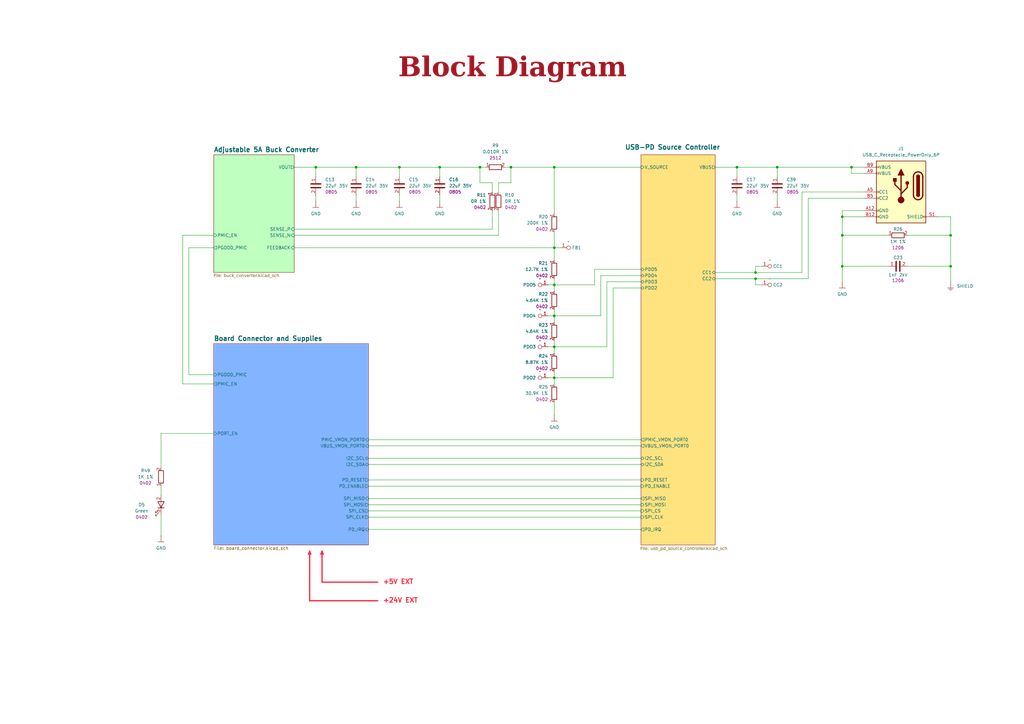
<source format=kicad_sch>
(kicad_sch (version 20250114) (generator "eeschema") (generator_version "9.0")
  (paper "A3")
  (title_block (title "Project Architecture") (date "2025-01-12") (rev "1.0.0") (company "DvidMakesThings"))
  (lib_symbols
    (symbol "DS_Capacitor_0805:22uF 35V 0805"
      (property "Reference" "C" (at 3.81 2.032 0))
      (property "Value" "22uF 35V" (at 3.81 0 0))
      (property "FOOTPRINT_SHORT" "0805" (at 3.81 -2.032 0))
      (symbol "22uF 35V 0805_0_1"
        (polyline (pts (xy -2.032 0.762) (xy 2.032 0.762)) (stroke (width 0.508)))
        (polyline (pts (xy -2.032 -0.762) (xy 2.032 -0.762)) (stroke (width 0.508)))
      )
      (symbol "22uF 35V 0805_1_1"
        (pin passive line (at 0 3.81 270) (length 2.794) (name "~") (number "1"))
        (pin passive line (at 0 -3.81 90) (length 2.794) (name "~") (number "2"))
      )
    )
    (symbol "DS_Capacitor_1206:1nF 2kV 1206"
      (property "Reference" "C" (at 3.81 2.032 0))
      (property "Value" "1nF 2kV" (at 3.81 0 0))
      (property "FOOTPRINT_SHORT" "1206" (at 3.81 -2.032 0))
      (symbol "1nF 2kV 1206_0_1"
        (polyline (pts (xy -2.032 0.762) (xy 2.032 0.762)) (stroke (width 0.508)))
        (polyline (pts (xy -2.032 -0.762) (xy 2.032 -0.762)) (stroke (width 0.508)))
      )
      (symbol "1nF 2kV 1206_1_1"
        (pin passive line (at 0 3.81 270) (length 2.794) (name "~") (number "1"))
        (pin passive line (at 0 -3.81 90) (length 2.794) (name "~") (number "2"))
      )
    )
    (symbol "DS_Connector:USB_C_Receptacle_PowerOnly_6P" (pin_names (offset 1.016))
      (property "Reference" "J" (at -7.62 15.24 0))
      (property "Value" "USB_C_Receptacle_PowerOnly_6P" (at 0.254 -14.224 0))
      (symbol "USB_C_Receptacle_PowerOnly_6P_0_0"
        (rectangle (start -10.16 -8.636) (end -9.144 -9.144))
        (rectangle (start 9.144 9.144) (end 10.16 8.636))
        (rectangle (start 9.144 -6.096) (end 10.16 -6.604))
        (rectangle (start 9.144 -8.636) (end 10.16 -9.144))
        (rectangle (start 10.16 11.684) (end 9.144 11.176))
        (rectangle (start 10.16 1.524) (end 9.144 1.016))
        (rectangle (start 10.16 -1.016) (end 9.144 -1.524))
      )
      (symbol "USB_C_Receptacle_PowerOnly_6P_0_1"
        (rectangle (start -10.16 13.97) (end 10.16 -11.43) (stroke (width 0.254)) (fill (type background)))
        (polyline (pts (xy -8.89 0) (xy -8.89 7.62)) (stroke (width 0.508)))
        (rectangle (start -7.62 0) (end -6.35 7.62) (stroke (width 0.254)) (fill (type outline)))
        (arc (start -7.62 7.62) (mid -6.985 8.2523) (end -6.35 7.62) (stroke (width 0.254)))
        (arc (start -7.62 7.62) (mid -6.985 8.2523) (end -6.35 7.62) (stroke (width 0.254)) (fill (type outline)))
        (arc (start -8.89 7.62) (mid -6.985 9.5167) (end -5.08 7.62) (stroke (width 0.508)))
        (arc (start -5.08 0) (mid -6.985 -1.8967) (end -8.89 0) (stroke (width 0.508)))
        (arc (start -6.35 0) (mid -6.985 -0.6323) (end -7.62 0) (stroke (width 0.254)))
        (arc (start -6.35 0) (mid -6.985 -0.6323) (end -7.62 0) (stroke (width 0.254)) (fill (type outline)))
        (polyline (pts (xy -5.08 7.62) (xy -5.08 0)) (stroke (width 0.508)))
        (circle (center -2.54 4.953) (radius 0.635) (stroke (width 0.254)) (fill (type outline)))
        (polyline (pts (xy -1.27 8.128) (xy 0 10.668) (xy 1.27 8.128) (xy -1.27 8.128)) (stroke (width 0.254)) (fill (type outline)))
        (polyline (pts (xy 0 1.778) (xy 2.54 4.318) (xy 2.54 5.588)) (stroke (width 0.508)))
        (polyline (pts (xy 0 0.508) (xy -2.54 3.048) (xy -2.54 4.318)) (stroke (width 0.508)))
        (polyline (pts (xy 0 -2.032) (xy 0 8.128)) (stroke (width 0.508)))
        (circle (center 0 -2.032) (radius 1.27) (fill (type outline)))
        (rectangle (start 1.905 5.588) (end 3.175 6.858) (stroke (width 0.254)) (fill (type outline)))
      )
      (symbol "USB_C_Receptacle_PowerOnly_6P_1_1"
        (pin passive line (at -15.24 -8.89 0) (length 5.08) (name "SHIELD") (number "S1"))
        (pin passive line (at 15.24 11.43 180) (length 5.08) (name "VBUS") (number "B9"))
        (pin passive line (at 15.24 8.89 180) (length 5.08) (name "VBUS") (number "A9"))
        (pin bidirectional line (at 15.24 1.27 180) (length 5.08) (name "CC1") (number "A5"))
        (pin bidirectional line (at 15.24 -1.27 180) (length 5.08) (name "CC2") (number "B5"))
        (pin passive line (at 15.24 -6.35 180) (length 5.08) (name "GND") (number "A12"))
        (pin passive line (at 15.24 -8.89 180) (length 5.08) (name "GND") (number "B12"))
      )
    )
    (symbol "DS_Opto:Green_0402"
      (property "Reference" "D" (at -1.27 5.08 0))
      (property "Value" "Green" (at -1.27 2.794 0))
      (property "Size" "0402" (at -1.016 -3.302 0))
      (symbol "Green_0402_0_1"
        (polyline (pts (xy -3.048 -0.762) (xy -4.572 -2.286) (xy -3.81 -2.286) (xy -4.572 -2.286) (xy -4.572 -1.524)))
        (polyline (pts (xy -1.778 -0.762) (xy -3.302 -2.286) (xy -2.54 -2.286) (xy -3.302 -2.286) (xy -3.302 -1.524)))
        (polyline (pts (xy -1.27 0) (xy 1.27 0)))
        (polyline (pts (xy -1.27 -1.27) (xy -1.27 1.27)) (stroke (width 0.254)))
        (polyline (pts (xy 1.27 -1.27) (xy 1.27 1.27) (xy -1.27 0) (xy 1.27 -1.27)) (stroke (width 0.254)))
      )
      (symbol "Green_0402_1_1"
        (pin passive line (at -3.81 0 0) (length 2.54) (name "") (number "1"))
        (pin passive line (at 3.81 0 180) (length 2.54) (name "") (number "2"))
      )
    )
    (symbol "DS_Resistor_0402:0R 1% 0402"
      (property "Reference" "R" (at 2.032 2.032 0))
      (property "Value" "0R 1%" (at 2.032 0 0))
      (property "FOOTPRINT_SHORT" "0402" (at 2.032 -2.032 0))
      (symbol "0R 1% 0402_0_1"
        (rectangle (start -1.016 2.54) (end 1.016 -2.54) (stroke (width 0.254)))
      )
      (symbol "0R 1% 0402_1_1"
        (pin passive line (at 0 3.81 270) (length 1.27) (name "~") (number "1"))
        (pin passive line (at 0 -3.81 90) (length 1.27) (name "~") (number "2"))
      )
    )
    (symbol "DS_Resistor_0402:12.7K 1% 0402"
      (property "Reference" "R" (at 2.032 2.032 0))
      (property "Value" "12.7K 1%" (at 2.032 0 0))
      (property "FOOTPRINT_SHORT" "0402" (at 2.032 -2.032 0))
      (symbol "12.7K 1% 0402_0_1"
        (rectangle (start -1.016 2.54) (end 1.016 -2.54) (stroke (width 0.254)))
      )
      (symbol "12.7K 1% 0402_1_1"
        (pin passive line (at 0 3.81 270) (length 1.27) (name "~") (number "1"))
        (pin passive line (at 0 -3.81 90) (length 1.27) (name "~") (number "2"))
      )
    )
    (symbol "DS_Resistor_0402:1K 1% 0402"
      (property "Reference" "R" (at 2.032 2.032 0))
      (property "Value" "1K 1%" (at 2.032 0 0))
      (property "FOOTPRINT_SHORT" "0402" (at 2.032 -2.032 0))
      (symbol "1K 1% 0402_0_1"
        (rectangle (start -1.016 2.54) (end 1.016 -2.54) (stroke (width 0.254)))
      )
      (symbol "1K 1% 0402_1_1"
        (pin passive line (at 0 3.81 270) (length 1.27) (name "~") (number "1"))
        (pin passive line (at 0 -3.81 90) (length 1.27) (name "~") (number "2"))
      )
    )
    (symbol "DS_Resistor_0402:200K 1% 0402"
      (property "Reference" "R" (at 2.032 2.032 0))
      (property "Value" "200K 1%" (at 2.032 0 0))
      (property "FOOTPRINT_SHORT" "0402" (at 2.032 -2.032 0))
      (symbol "200K 1% 0402_0_1"
        (rectangle (start -1.016 2.54) (end 1.016 -2.54) (stroke (width 0.254)))
      )
      (symbol "200K 1% 0402_1_1"
        (pin passive line (at 0 3.81 270) (length 1.27) (name "~") (number "1"))
        (pin passive line (at 0 -3.81 90) (length 1.27) (name "~") (number "2"))
      )
    )
    (symbol "DS_Resistor_0402:30.9K 1% 0402"
      (property "Reference" "R" (at 2.032 2.032 0))
      (property "Value" "30.9K 1%" (at 2.032 0 0))
      (property "FOOTPRINT_SHORT" "0402" (at 2.032 -2.032 0))
      (symbol "30.9K 1% 0402_0_1"
        (rectangle (start -1.016 2.54) (end 1.016 -2.54) (stroke (width 0.254)))
      )
      (symbol "30.9K 1% 0402_1_1"
        (pin passive line (at 0 3.81 270) (length 1.27) (name "~") (number "1"))
        (pin passive line (at 0 -3.81 90) (length 1.27) (name "~") (number "2"))
      )
    )
    (symbol "DS_Resistor_0402:4.64K 1% 0402"
      (property "Reference" "R" (at 2.032 2.032 0))
      (property "Value" "4.64K 1%" (at 2.032 0 0))
      (property "FOOTPRINT_SHORT" "0402" (at 2.032 -2.032 0))
      (symbol "4.64K 1% 0402_0_1"
        (rectangle (start -1.016 2.54) (end 1.016 -2.54) (stroke (width 0.254)))
      )
      (symbol "4.64K 1% 0402_1_1"
        (pin passive line (at 0 3.81 270) (length 1.27) (name "~") (number "1"))
        (pin passive line (at 0 -3.81 90) (length 1.27) (name "~") (number "2"))
      )
    )
    (symbol "DS_Resistor_0402:8.87K 1% 0402"
      (property "Reference" "R" (at 2.032 2.032 0))
      (property "Value" "8.87K 1%" (at 2.032 0 0))
      (property "FOOTPRINT_SHORT" "0402" (at 2.032 -2.032 0))
      (symbol "8.87K 1% 0402_0_1"
        (rectangle (start -1.016 2.54) (end 1.016 -2.54) (stroke (width 0.254)))
      )
      (symbol "8.87K 1% 0402_1_1"
        (pin passive line (at 0 3.81 270) (length 1.27) (name "~") (number "1"))
        (pin passive line (at 0 -3.81 90) (length 1.27) (name "~") (number "2"))
      )
    )
    (symbol "DS_Resistor_1206:1M 1% 1206"
      (property "Reference" "R" (at 2.032 2.032 0))
      (property "Value" "1M 1%" (at 2.032 0 0))
      (property "FOOTPRINT_SHORT" "1206" (at 2.032 -2.032 0))
      (symbol "1M 1% 1206_0_1"
        (rectangle (start -1.016 2.54) (end 1.016 -2.54) (stroke (width 0.254)))
      )
      (symbol "1M 1% 1206_1_1"
        (pin passive line (at 0 3.81 270) (length 1.27) (name "~") (number "1"))
        (pin passive line (at 0 -3.81 90) (length 1.27) (name "~") (number "2"))
      )
    )
    (symbol "DS_Resistor_2512:0.010R 1% 2512"
      (property "Reference" "R" (at 2.032 2.032 0))
      (property "Value" "0.010R 1%" (at 2.032 0 0))
      (property "FOOTPRINT_SHORT" "2512" (at 2.032 -2.032 0))
      (symbol "0.010R 1% 2512_0_1"
        (rectangle (start -1.016 2.54) (end 1.016 -2.54) (stroke (width 0.254)))
      )
      (symbol "0.010R 1% 2512_1_1"
        (pin passive line (at 0 3.81 270) (length 1.27) (name "~") (number "1"))
        (pin passive line (at 0 -3.81 90) (length 1.27) (name "~") (number "2"))
      )
    )
    (symbol "DS_Supply:GND" (power) (pin_numbers (hide yes)) (pin_names (offset 0) (hide yes))
      (property "Value" "GND" (at 0 -3.81 0))
      (symbol "GND_0_1"
        (polyline (pts (xy 0 0) (xy 0 -2.54) (xy 1.27 -2.54) (xy 0 -2.54) (xy -1.27 -2.54) (xy 0 -2.54)))
      )
      (symbol "GND_1_1"
        (pin power_in line (at 0 0 270) (length 0) (name "~") (number "1"))
      )
    )
    (symbol "DS_Supply:SHIELD" (power) (pin_numbers (hide yes)) (pin_names (offset 0) (hide yes)) (in_bom no) (on_board no)
      (property "Value" "SHIELD" (at 0 -4.064 0))
      (symbol "SHIELD_0_1"
        (polyline (pts (xy -0.762 -1.778) (xy 0.762 -1.778)))
        (polyline (pts (xy -0.254 -2.286) (xy 0.254 -2.286)))
        (polyline (pts (xy 0 1.27) (xy 0 -1.27)))
        (polyline (pts (xy 0 -1.27) (xy -1.27 -1.27)))
        (polyline (pts (xy 1.27 -1.27) (xy 0 -1.27)))
      )
      (symbol "SHIELD_1_1"
        (pin power_in line (at 0 1.27 270) (length 0) (name "~") (number "1"))
      )
    )
    (symbol "DS_Test:Test_Point"
      (property "Reference" "TP" (at 0 4.064 0))
      (symbol "Test_Point_0_1"
        (circle (center 0 2.032) (radius 0.762))
      )
      (symbol "Test_Point_1_1"
        (pin passive line (at 0 -1.27 90) (length 2.54) (name "") (number "1"))
      )
    )
  )
  (bezier (pts (xy 127 226.06) (xy 127 226.06) (xy 126.492 227.33) (xy 126.492 227.33)) (stroke (width 0.5) (color 255 33 55 1)))
  (bezier (pts (xy 132.08 226.06) (xy 132.08 226.06) (xy 131.572 227.33) (xy 131.572 227.33)) (stroke (width 0.5) (color 255 33 55 1)))
  (bezier (pts (xy 127 226.06) (xy 127 226.06) (xy 127.508 227.33) (xy 127.508 227.33)) (stroke (width 0.5) (color 255 33 55 1)))
  (bezier (pts (xy 132.08 226.06) (xy 132.08 226.06) (xy 132.588 227.33) (xy 132.588 227.33)) (stroke (width 0.5) (color 255 33 55 1)))
  (text "+5V EXT" (at 156.972 238.76 0) (effects (font (size 1.905 1.905) (thickness 0.381) (bold yes)) (justify left)))
  (text "+24V EXT" (at 156.972 246.38 0) (effects (font (size 1.905 1.905) (thickness 0.381) (bold yes)) (justify left)))
  (text_box "Block Diagram" (at 144.78 21.59 0) (size 130.81 12.7) (margins 5.9999 5.9999 5.9999 5.9999) (stroke (width -0.0001)) (effects (font (size 8 8) (thickness 1.2) (bold yes))))
  (junction (at 345.44 96.52))
  (junction (at 302.26 68.58))
  (junction (at 180.34 68.58))
  (junction (at 227.33 101.6))
  (junction (at 227.33 68.58))
  (junction (at 318.77 68.58))
  (junction (at 349.25 68.58))
  (junction (at 227.33 129.54))
  (junction (at 227.33 116.84))
  (junction (at 309.88 111.76))
  (junction (at 146.05 68.58))
  (junction (at 345.44 88.9))
  (junction (at 129.54 68.58))
  (junction (at 163.83 68.58))
  (junction (at 227.33 142.24))
  (junction (at 309.88 114.3))
  (junction (at 227.33 154.94))
  (junction (at 196.85 68.58))
  (junction (at 389.89 109.22))
  (junction (at 209.55 68.58))
  (junction (at 345.44 109.22))
  (junction (at 389.89 96.52))
  (wire (pts (xy 227.33 154.94) (xy 227.33 157.48)))
  (wire (pts (xy 262.89 113.03) (xy 246.38 113.03)))
  (wire (pts (xy 146.05 82.55) (xy 146.05 80.01)))
  (wire (pts (xy 87.63 101.6) (xy 77.47 101.6)))
  (wire (pts (xy 312.42 109.22) (xy 309.88 109.22)))
  (wire (pts (xy 248.92 115.57) (xy 248.92 142.24)))
  (wire (pts (xy 151.13 209.55) (xy 262.89 209.55)))
  (wire (pts (xy 227.33 114.3) (xy 227.33 116.84)))
  (wire (pts (xy 204.47 74.93) (xy 204.47 78.74)))
  (wire (pts (xy 180.34 82.55) (xy 180.34 80.01)))
  (wire (pts (xy 293.37 111.76) (xy 309.88 111.76)))
  (wire (pts (xy 151.13 187.96) (xy 262.89 187.96)))
  (wire (pts (xy 331.47 114.3) (xy 331.47 81.28)))
  (wire (pts (xy 312.42 116.84) (xy 309.88 116.84)))
  (wire (pts (xy 384.81 88.9) (xy 389.89 88.9)))
  (wire (pts (xy 302.26 68.58) (xy 302.26 72.39)))
  (wire (pts (xy 180.34 68.58) (xy 180.34 72.39)))
  (wire (pts (xy 227.33 101.6) (xy 229.87 101.6)))
  (wire (pts (xy 345.44 88.9) (xy 354.33 88.9)))
  (wire (pts (xy 349.25 71.12) (xy 349.25 68.58)))
  (wire (pts (xy 227.33 101.6) (xy 227.33 106.68)))
  (wire (pts (xy 251.46 118.11) (xy 251.46 154.94)))
  (wire (pts (xy 204.47 74.93) (xy 209.55 74.93)))
  (wire (pts (xy 318.77 68.58) (xy 318.77 72.39)))
  (wire (pts (xy 345.44 96.52) (xy 364.49 96.52)))
  (wire (pts (xy 151.13 204.47) (xy 262.89 204.47)))
  (wire (pts (xy 163.83 82.55) (xy 163.83 80.01)))
  (wire (pts (xy 309.88 114.3) (xy 331.47 114.3)))
  (wire (pts (xy 196.85 68.58) (xy 199.39 68.58)))
  (wire (pts (xy 129.54 82.55) (xy 129.54 80.01)))
  (wire (pts (xy 224.79 129.54) (xy 227.33 129.54)))
  (wire (pts (xy 345.44 86.36) (xy 345.44 88.9)))
  (wire (pts (xy 224.79 142.24) (xy 227.33 142.24)))
  (wire (pts (xy 251.46 154.94) (xy 227.33 154.94)))
  (polyline (pts (xy 154.94 238.76) (xy 132.08 238.76)) (stroke (width 0.5) (color 255 33 55 1)))
  (wire (pts (xy 262.89 115.57) (xy 248.92 115.57)))
  (wire (pts (xy 201.93 74.93) (xy 201.93 78.74)))
  (wire (pts (xy 66.04 191.77) (xy 66.04 177.8)))
  (wire (pts (xy 302.26 68.58) (xy 318.77 68.58)))
  (wire (pts (xy 201.93 74.93) (xy 196.85 74.93)))
  (wire (pts (xy 66.04 210.82) (xy 66.04 219.71)))
  (wire (pts (xy 196.85 74.93) (xy 196.85 68.58)))
  (wire (pts (xy 309.88 109.22) (xy 309.88 111.76)))
  (wire (pts (xy 345.44 109.22) (xy 345.44 115.57)))
  (wire (pts (xy 120.65 93.98) (xy 201.93 93.98)))
  (wire (pts (xy 354.33 71.12) (xy 349.25 71.12)))
  (wire (pts (xy 372.11 96.52) (xy 389.89 96.52)))
  (wire (pts (xy 227.33 142.24) (xy 227.33 144.78)))
  (wire (pts (xy 224.79 116.84) (xy 227.33 116.84)))
  (wire (pts (xy 151.13 217.17) (xy 262.89 217.17)))
  (wire (pts (xy 224.79 154.94) (xy 227.33 154.94)))
  (wire (pts (xy 345.44 96.52) (xy 345.44 109.22)))
  (wire (pts (xy 243.84 116.84) (xy 227.33 116.84)))
  (wire (pts (xy 248.92 142.24) (xy 227.33 142.24)))
  (wire (pts (xy 227.33 68.58) (xy 227.33 87.63)))
  (wire (pts (xy 129.54 68.58) (xy 129.54 72.39)))
  (wire (pts (xy 201.93 86.36) (xy 201.93 93.98)))
  (wire (pts (xy 151.13 180.34) (xy 262.89 180.34)))
  (wire (pts (xy 227.33 95.25) (xy 227.33 101.6)))
  (wire (pts (xy 227.33 127) (xy 227.33 129.54)))
  (wire (pts (xy 151.13 199.39) (xy 262.89 199.39)))
  (wire (pts (xy 293.37 114.3) (xy 309.88 114.3)))
  (wire (pts (xy 243.84 110.49) (xy 243.84 116.84)))
  (wire (pts (xy 74.93 157.48) (xy 74.93 96.52)))
  (wire (pts (xy 227.33 152.4) (xy 227.33 154.94)))
  (wire (pts (xy 309.88 116.84) (xy 309.88 114.3)))
  (wire (pts (xy 163.83 68.58) (xy 163.83 72.39)))
  (wire (pts (xy 262.89 110.49) (xy 243.84 110.49)))
  (wire (pts (xy 120.65 68.58) (xy 129.54 68.58)))
  (wire (pts (xy 146.05 68.58) (xy 163.83 68.58)))
  (wire (pts (xy 77.47 101.6) (xy 77.47 153.67)))
  (wire (pts (xy 349.25 68.58) (xy 354.33 68.58)))
  (wire (pts (xy 151.13 196.85) (xy 262.89 196.85)))
  (wire (pts (xy 309.88 111.76) (xy 328.93 111.76)))
  (wire (pts (xy 345.44 88.9) (xy 345.44 96.52)))
  (polyline (pts (xy 132.08 226.06) (xy 132.08 238.76)) (stroke (width 0.5) (color 255 33 55 1)))
  (wire (pts (xy 120.65 96.52) (xy 204.47 96.52)))
  (wire (pts (xy 227.33 129.54) (xy 227.33 132.08)))
  (wire (pts (xy 246.38 129.54) (xy 227.33 129.54)))
  (wire (pts (xy 364.49 109.22) (xy 345.44 109.22)))
  (wire (pts (xy 146.05 68.58) (xy 146.05 72.39)))
  (polyline (pts (xy 154.94 246.38) (xy 127 246.38)) (stroke (width 0.5) (color 255 33 55 1)))
  (wire (pts (xy 302.26 82.55) (xy 302.26 80.01)))
  (wire (pts (xy 354.33 86.36) (xy 345.44 86.36)))
  (wire (pts (xy 151.13 212.09) (xy 262.89 212.09)))
  (wire (pts (xy 227.33 139.7) (xy 227.33 142.24)))
  (wire (pts (xy 209.55 74.93) (xy 209.55 68.58)))
  (wire (pts (xy 66.04 199.39) (xy 66.04 203.2)))
  (wire (pts (xy 389.89 109.22) (xy 389.89 115.57)))
  (wire (pts (xy 74.93 96.52) (xy 87.63 96.52)))
  (wire (pts (xy 151.13 190.5) (xy 262.89 190.5)))
  (wire (pts (xy 209.55 68.58) (xy 227.33 68.58)))
  (wire (pts (xy 372.11 109.22) (xy 389.89 109.22)))
  (wire (pts (xy 87.63 157.48) (xy 74.93 157.48)))
  (wire (pts (xy 262.89 118.11) (xy 251.46 118.11)))
  (wire (pts (xy 180.34 68.58) (xy 196.85 68.58)))
  (wire (pts (xy 293.37 68.58) (xy 302.26 68.58)))
  (wire (pts (xy 151.13 182.88) (xy 262.89 182.88)))
  (wire (pts (xy 331.47 81.28) (xy 354.33 81.28)))
  (wire (pts (xy 129.54 68.58) (xy 146.05 68.58)))
  (wire (pts (xy 227.33 68.58) (xy 262.89 68.58)))
  (wire (pts (xy 77.47 153.67) (xy 87.63 153.67)))
  (wire (pts (xy 328.93 78.74) (xy 354.33 78.74)))
  (wire (pts (xy 389.89 88.9) (xy 389.89 96.52)))
  (wire (pts (xy 389.89 96.52) (xy 389.89 109.22)))
  (wire (pts (xy 318.77 82.55) (xy 318.77 80.01)))
  (wire (pts (xy 227.33 116.84) (xy 227.33 119.38)))
  (wire (pts (xy 207.01 68.58) (xy 209.55 68.58)))
  (wire (pts (xy 66.04 177.8) (xy 87.63 177.8)))
  (wire (pts (xy 328.93 111.76) (xy 328.93 78.74)))
  (polyline (pts (xy 127 226.06) (xy 127 246.38)) (stroke (width 0.5) (color 255 33 55 1)))
  (wire (pts (xy 318.77 68.58) (xy 349.25 68.58)))
  (wire (pts (xy 246.38 113.03) (xy 246.38 129.54)))
  (wire (pts (xy 163.83 68.58) (xy 180.34 68.58)))
  (wire (pts (xy 204.47 86.36) (xy 204.47 96.52)))
  (wire (pts (xy 120.65 101.6) (xy 227.33 101.6)))
  (wire (pts (xy 151.13 207.01) (xy 262.89 207.01)))
  (wire (pts (xy 227.33 165.1) (xy 227.33 170.18)))
  (symbol (lib_id "DS_Resistor_0402:30.9K 1% 0402") (at 227.33 161.29 0) (unit 1)
    (property "Reference" "R25" (at 224.79 158.7499 0) (effects (justify right)))
    (property "Value" "30.9K 1%" (at 224.79 161.2899 0) (effects (justify right)))
    (property "Footprint" "Resistor_SMD:R_0402_1005Metric" (effects (hide yes)))
    (property "Description" "62.5mW Thick Film Resistors 50V ±100ppm/℃ ±1% 30.9kΩ 0402 Chip Resistor - Surface Mount ROHS" (effects (hide yes)))
    (property "LCSC_PART" "C270615" (effects (hide yes)))
    (property "ROHS" "YES" (effects (hide yes)))
    (property "FOOTPRINT_SHORT" "0402" (at 224.79 163.8299 0) (effects (justify right)))
  )
  (symbol (lib_id "DS_Supply:SHIELD") (at 389.89 116.84 0) (unit 1) (in_bom no) (on_board no)
    (property "Reference" "#SHIELD1" (effects (hide yes)))
    (property "Value" "SHIELD" (at 392.43 117.3479 0) (effects (justify left)))
    (property "Description" "Power symbol creates a global label with name \"SHIELD\"" (effects (hide yes)))
  )
  (symbol (lib_id "DS_Supply:GND") (at 66.04 219.71 0) (unit 1)
    (property "Reference" "#PWR091" (effects (hide yes)))
    (property "Value" "GND" (at 66.04 224.79 0))
    (property "Description" "Power symbol creates a global label with name \"GND\" , ground" (effects (hide yes)))
  )
  (symbol (lib_id "DS_Capacitor_0805:22uF 35V 0805") (at 302.26 76.2 0) (unit 1)
    (property "Reference" "C17" (at 306.07 73.6599 0) (effects (justify left)))
    (property "Value" "22uF 35V" (at 306.07 76.1999 0) (effects (justify left)))
    (property "Footprint" "Capacitor_SMD:C_0805_2012Metric" (effects (hide yes)))
    (property "Datasheet" "javascript:void(0);" (effects (hide yes)))
    (property "Description" "22uF 35V X5R ±20% 0805 Multilayer Ceramic Capacitors MLCC - SMD/SMT ROHS" (effects (hide yes)))
    (property "FOOTPRINT_SHORT" "0805" (at 306.07 78.7399 0) (effects (justify left)))
    (property "ROHS" "YES" (effects (hide yes)))
    (property "LCSC_PART" "C6119901" (effects (hide yes)))
    (property "MFR" "HRE" (effects (hide yes)))
    (property "MPN" "CGA0805X5R226M350MT" (effects (hide yes)))
  )
  (symbol (lib_id "DS_Test:Test_Point") (at 223.52 129.54 90) (unit 1)
    (property "Reference" "PDO4" (at 217.17 129.54 90))
    (property "Value" "~" (at 221.488 127 90))
    (property "Footprint" "DS_Test:TestPoint_0.6mm" (effects (hide yes)))
  )
  (symbol (lib_id "DS_Connector:USB_C_Receptacle_PowerOnly_6P") (at 369.57 80.01 0) (mirror y) (unit 1)
    (property "Reference" "J1" (at 369.57 60.96 0))
    (property "Value" "USB_C_Receptacle_PowerOnly_6P" (at 369.57 63.5 0))
    (property "Footprint" "DS_Connector:USB_C_Receptacle_GCT_USB4125-xx-x-0190_6P_TopMnt_Horizontal" (effects (hide yes)))
    (property "Datasheet" "https://jlcpcb.com/api/file/downloadByFileSystemAccessId/8589041795833061376" (effects (hide yes)))
    (property "Description" "USB Power-Only 6P Type-C Receptacle connector" (effects (hide yes)))
    (property "ROHS" "YES" (effects (hide yes)))
    (property "LCSC_PART" "C2927029" (effects (hide yes)))
    (property "MPN" "USB-TYPE-C-009" (effects (hide yes)))
    (property "MFR" "DEALON" (effects (hide yes)))
  )
  (symbol (lib_id "DS_Resistor_0402:1K 1% 0402") (at 66.04 195.58 0) (mirror x) (unit 1)
    (property "Reference" "R49" (at 59.69 193.04 0))
    (property "Value" "1K 1%" (at 59.69 195.58 0))
    (property "Footprint" "Resistor_SMD:R_0402_1005Metric" (effects (hide yes)))
    (property "Description" "62.5mW Thick Film Resistors 50V ±100ppm/℃ ±1% 1kΩ 0402 Chip Resistor - Surface Mount ROHS" (effects (hide yes)))
    (property "LCSC_PART" "C11702" (effects (hide yes)))
    (property "ROHS" "YES" (effects (hide yes)))
    (property "FOOTPRINT_SHORT" "0402" (at 59.69 198.12 0))
    (property "MFR" "FH" (effects (hide yes)))
  )
  (symbol (lib_id "DS_Resistor_0402:4.64K 1% 0402") (at 227.33 123.19 0) (mirror y) (unit 1)
    (property "Reference" "R22" (at 224.79 120.6499 0) (effects (justify left)))
    (property "Value" "4.64K 1%" (at 224.79 123.1899 0) (effects (justify left)))
    (property "Footprint" "Resistor_SMD:R_0402_1005Metric" (effects (hide yes)))
    (property "Datasheet" "https://jlcpcb.com/api/file/downloadByFileSystemAccessId/8590364792554237952" (effects (hide yes)))
    (property "Description" "-55°C~+155°C 4.64kΩ 50V 62.5mW Thick Film Resistor ±1% ±100ppm/°C 0402 Chip Resistor - Surface Mount ROHS" (effects (hide yes)))
    (property "LCSC_PART" "C5153956" (effects (hide yes)))
    (property "ROHS" "YES" (effects (hide yes)))
    (property "FOOTPRINT_SHORT" "0402" (at 224.79 125.7299 0) (effects (justify left)))
    (property "MFR" "FOJAN" (effects (hide yes)))
    (property "MPN" "FRC0402F4641TS" (effects (hide yes)))
  )
  (symbol (lib_id "DS_Resistor_0402:0R 1% 0402") (at 201.93 82.55 0) (mirror y) (unit 1)
    (property "Reference" "R11" (at 199.39 80.0099 0) (effects (justify left)))
    (property "Value" "0R 1%" (at 199.39 82.5499 0) (effects (justify left)))
    (property "Footprint" "Resistor_SMD:R_0402_1005Metric" (effects (hide yes)))
    (property "Description" "62.5mW Thick Film Resistors 50V ±800ppm/℃ ±1% 0Ω 0402 Chip Resistor - Surface Mount ROHS" (effects (hide yes)))
    (property "LCSC_PART" "C17168" (effects (hide yes)))
    (property "ROHS" "YES" (effects (hide yes)))
    (property "FOOTPRINT_SHORT" "0402" (at 199.39 85.0899 0) (effects (justify left)))
    (property "MFR" "YAGEO" (effects (hide yes)))
  )
  (symbol (lib_id "DS_Test:Test_Point") (at 223.52 142.24 90) (unit 1)
    (property "Reference" "PDO3" (at 217.17 142.24 90))
    (property "Value" "~" (at 221.488 139.7 90))
    (property "Footprint" "DS_Test:TestPoint_0.6mm" (effects (hide yes)))
  )
  (symbol (lib_id "DS_Resistor_0402:12.7K 1% 0402") (at 227.33 110.49 0) (mirror y) (unit 1)
    (property "Reference" "R21" (at 224.79 107.9499 0) (effects (justify left)))
    (property "Value" "12.7K 1%" (at 224.79 110.4899 0) (effects (justify left)))
    (property "Footprint" "Resistor_SMD:R_0402_1005Metric" (effects (hide yes)))
    (property "Description" "62.5mW Thick Film Resistors 50V ±100ppm/℃ ±1% 12.7kΩ 0402 Chip Resistor - Surface Mount ROHS" (effects (hide yes)))
    (property "LCSC_PART" "C25853" (effects (hide yes)))
    (property "ROHS" "YES" (effects (hide yes)))
    (property "FOOTPRINT_SHORT" "0402" (at 224.79 113.0299 0) (effects (justify left)))
    (property "MFR" "Yageo" (effects (hide yes)))
  )
  (symbol (lib_id "DS_Supply:GND") (at 163.83 82.55 0) (unit 1)
    (property "Reference" "#PWR21" (effects (hide yes)))
    (property "Value" "GND" (at 163.83 87.63 0))
    (property "Description" "Power symbol creates a global label with name \"GND\" , ground" (effects (hide yes)))
  )
  (symbol (lib_id "DS_Supply:GND") (at 129.54 82.55 0) (unit 1)
    (property "Reference" "#PWR19" (effects (hide yes)))
    (property "Value" "GND" (at 129.54 87.63 0))
    (property "Description" "Power symbol creates a global label with name \"GND\" , ground" (effects (hide yes)))
  )
  (symbol (lib_id "DS_Capacitor_1206:1nF 2kV 1206") (at 368.3 109.22 90) (unit 1)
    (property "Reference" "C23" (at 368.3 105.664 90))
    (property "Value" "1nF 2kV" (at 368.3 112.776 90))
    (property "Footprint" "Capacitor_SMD:C_1206_3216Metric" (effects (hide yes)))
    (property "Description" "Chip Capacitor (MLCC) 1206 1nF ±10% 2KV X7R" (effects (hide yes)))
    (property "FOOTPRINT_SHORT" "1206" (at 368.3 115.062 90))
    (property "ROHS" "YES" (effects (hide yes)))
    (property "LCSC_PART" "C173242" (effects (hide yes)))
    (property "MFR" "Johanson Dielectrics " (effects (hide yes)))
  )
  (symbol (lib_id "DS_Resistor_0402:200K 1% 0402") (at 227.33 91.44 0) (unit 1)
    (property "Reference" "R20" (at 224.79 88.8999 0) (effects (justify right)))
    (property "Value" "200K 1%" (at 224.79 91.4399 0) (effects (justify right)))
    (property "Footprint" "Resistor_SMD:R_0402_1005Metric" (effects (hide yes)))
    (property "Description" "62.5mW Thick Film Resistors 50V ±100ppm/℃ ±1% 200kΩ 0402 Chip Resistor - Surface Mount ROHS" (effects (hide yes)))
    (property "LCSC_PART" "C25764" (effects (hide yes)))
    (property "ROHS" "YES" (effects (hide yes)))
    (property "FOOTPRINT_SHORT" "0402" (at 224.79 93.9799 0) (effects (justify right)))
  )
  (symbol (lib_id "DS_Capacitor_0805:22uF 35V 0805") (at 129.54 76.2 0) (unit 1)
    (property "Reference" "C13" (at 133.35 73.6599 0) (effects (justify left)))
    (property "Value" "22uF 35V" (at 133.35 76.1999 0) (effects (justify left)))
    (property "Footprint" "Capacitor_SMD:C_0805_2012Metric" (effects (hide yes)))
    (property "Datasheet" "javascript:void(0);" (effects (hide yes)))
    (property "Description" "22uF 35V X5R ±20% 0805 Multilayer Ceramic Capacitors MLCC - SMD/SMT ROHS" (effects (hide yes)))
    (property "FOOTPRINT_SHORT" "0805" (at 133.35 78.7399 0) (effects (justify left)))
    (property "ROHS" "YES" (effects (hide yes)))
    (property "LCSC_PART" "C6119901" (effects (hide yes)))
    (property "MFR" "HRE" (effects (hide yes)))
    (property "MPN" "CGA0805X5R226M350MT" (effects (hide yes)))
  )
  (symbol (lib_id "DS_Test:Test_Point") (at 223.52 154.94 90) (unit 1)
    (property "Reference" "PDO2" (at 217.17 154.94 90))
    (property "Value" "~" (at 221.488 152.4 90))
    (property "Footprint" "DS_Test:TestPoint_0.6mm" (effects (hide yes)))
  )
  (symbol (lib_id "DS_Test:Test_Point") (at 313.69 116.84 270) (mirror x) (unit 1)
    (property "Reference" "CC2" (at 319.024 116.84 90))
    (property "Value" "~" (at 315.722 114.3 90))
    (property "Footprint" "DS_Test:TestPoint_0.6mm" (effects (hide yes)))
  )
  (symbol (lib_id "DS_Resistor_1206:1M 1% 1206") (at 368.3 96.52 90) (unit 1)
    (property "Reference" "R26" (at 368.3 93.98 90))
    (property "Value" "1M 1%" (at 368.3 99.06 90))
    (property "Footprint" "Resistor_SMD:R_1206_3216Metric" (effects (hide yes)))
    (property "Description" "250mW Thick Film Resistors 200V ±100ppm/℃ ±1% 1MΩ 1206 Chip Resistor - Surface Mount ROHS" (effects (hide yes)))
    (property "LCSC_PART" "C17927" (effects (hide yes)))
    (property "ROHS" "YES" (effects (hide yes)))
    (property "FOOTPRINT_SHORT" "1206" (at 368.3 101.6 90))
    (property "MFR" "Uniohm" (effects (hide yes)))
  )
  (symbol (lib_id "DS_Supply:GND") (at 302.26 82.55 0) (unit 1)
    (property "Reference" "#PWR18" (effects (hide yes)))
    (property "Value" "GND" (at 302.26 87.63 0))
    (property "Description" "Power symbol creates a global label with name \"GND\" , ground" (effects (hide yes)))
  )
  (symbol (lib_id "DS_Supply:GND") (at 180.34 82.55 0) (unit 1)
    (property "Reference" "#PWR22" (effects (hide yes)))
    (property "Value" "GND" (at 180.34 87.63 0))
    (property "Description" "Power symbol creates a global label with name \"GND\" , ground" (effects (hide yes)))
  )
  (symbol (lib_id "DS_Capacitor_0805:22uF 35V 0805") (at 318.77 76.2 0) (unit 1)
    (property "Reference" "C39" (at 322.58 73.6599 0) (effects (justify left)))
    (property "Value" "22uF 35V" (at 322.58 76.1999 0) (effects (justify left)))
    (property "Footprint" "Capacitor_SMD:C_0805_2012Metric" (effects (hide yes)))
    (property "Datasheet" "javascript:void(0);" (effects (hide yes)))
    (property "Description" "22uF 35V X5R ±20% 0805 Multilayer Ceramic Capacitors MLCC - SMD/SMT ROHS" (effects (hide yes)))
    (property "FOOTPRINT_SHORT" "0805" (at 322.58 78.7399 0) (effects (justify left)))
    (property "ROHS" "YES" (effects (hide yes)))
    (property "LCSC_PART" "C6119901" (effects (hide yes)))
    (property "MFR" "HRE" (effects (hide yes)))
    (property "MPN" "CGA0805X5R226M350MT" (effects (hide yes)))
  )
  (symbol (lib_id "DS_Resistor_0402:0R 1% 0402") (at 204.47 82.55 0) (unit 1)
    (property "Reference" "R10" (at 207.01 80.0099 0) (effects (justify left)))
    (property "Value" "0R 1%" (at 207.01 82.5499 0) (effects (justify left)))
    (property "Footprint" "Resistor_SMD:R_0402_1005Metric" (effects (hide yes)))
    (property "Description" "62.5mW Thick Film Resistors 50V ±800ppm/℃ ±1% 0Ω 0402 Chip Resistor - Surface Mount ROHS" (effects (hide yes)))
    (property "LCSC_PART" "C17168" (effects (hide yes)))
    (property "ROHS" "YES" (effects (hide yes)))
    (property "FOOTPRINT_SHORT" "0402" (at 207.01 85.0899 0) (effects (justify left)))
    (property "MFR" "YAGEO" (effects (hide yes)))
  )
  (symbol (lib_id "DS_Supply:GND") (at 318.77 82.55 0) (unit 1)
    (property "Reference" "#PWR087" (effects (hide yes)))
    (property "Value" "GND" (at 318.77 87.63 0))
    (property "Description" "Power symbol creates a global label with name \"GND\" , ground" (effects (hide yes)))
  )
  (symbol (lib_id "DS_Test:Test_Point") (at 223.52 116.84 90) (unit 1)
    (property "Reference" "PDO5" (at 217.17 116.84 90))
    (property "Value" "~" (at 221.488 114.3 90))
    (property "Footprint" "DS_Test:TestPoint_0.6mm" (effects (hide yes)))
  )
  (symbol (lib_id "DS_Capacitor_0805:22uF 35V 0805") (at 163.83 76.2 0) (unit 1)
    (property "Reference" "C15" (at 167.64 73.6599 0) (effects (justify left)))
    (property "Value" "22uF 35V" (at 167.64 76.1999 0) (effects (justify left)))
    (property "Footprint" "Capacitor_SMD:C_0805_2012Metric" (effects (hide yes)))
    (property "Datasheet" "javascript:void(0);" (effects (hide yes)))
    (property "Description" "22uF 35V X5R ±20% 0805 Multilayer Ceramic Capacitors MLCC - SMD/SMT ROHS" (effects (hide yes)))
    (property "FOOTPRINT_SHORT" "0805" (at 167.64 78.7399 0) (effects (justify left)))
    (property "ROHS" "YES" (effects (hide yes)))
    (property "LCSC_PART" "C6119901" (effects (hide yes)))
    (property "MFR" "HRE" (effects (hide yes)))
    (property "MPN" "CGA0805X5R226M350MT" (effects (hide yes)))
  )
  (symbol (lib_id "DS_Test:Test_Point") (at 231.14 101.6 270) (mirror x) (unit 1)
    (property "Reference" "FB1" (at 236.474 101.6 90))
    (property "Value" "~" (at 233.172 99.06 90))
    (property "Footprint" "DS_Test:TestPoint_0.6mm" (effects (hide yes)))
  )
  (symbol (lib_id "DS_Resistor_0402:8.87K 1% 0402") (at 227.33 148.59 0) (mirror y) (unit 1)
    (property "Reference" "R24" (at 224.79 146.0499 0) (effects (justify left)))
    (property "Value" "8.87K 1%" (at 224.79 148.5899 0) (effects (justify left)))
    (property "Footprint" "Resistor_SMD:R_0402_1005Metric" (effects (hide yes)))
    (property "Datasheet" "https://www.lcsc.com/datasheet/lcsc_datasheet_2504211840_CHANGLONG-CL0402FN8K87P_C48391747.pdf" (effects (hide yes)))
    (property "Description" "-55°C~+70°C 50V 62.5mW 8.87kΩ Thick Film Resistor ±1% ±200ppm/°C 0402 Chip Resistor - Surface Mount ROHS" (effects (hide yes)))
    (property "LCSC_PART" "C48391747" (effects (hide yes)))
    (property "ROHS" "YES" (effects (hide yes)))
    (property "FOOTPRINT_SHORT" "0402" (at 224.79 151.1299 0) (effects (justify left)))
    (property "MFR" "CHANGLONG" (effects (hide yes)))
    (property "MPN" "CL0402FN8K87P" (effects (hide yes)))
  )
  (symbol (lib_id "DS_Opto:Green_0402") (at 66.04 207.01 270) (mirror x) (unit 1)
    (property "Reference" "D5" (at 58.1025 207.01 90))
    (property "Value" "Green" (at 58.1025 209.55 90))
    (property "Footprint" "LED_SMD:LED_0402_1005Metric" (effects (hide yes)))
    (property "Datasheet" "https://jlcpcb.com/api/file/downloadByFileSystemAccessId/8588919245081731072" (effects (hide yes)))
    (property "Description" "-40℃~+85℃ 120° 249mcd 25mA 3V 516nm~531nm 531nm 80mW Emerald Green Top-mount Water Clear 0402 LED Indication - Discrete ROHS" (effects (hide yes)))
    (property "MPN" "XL-1005UGC" (effects (hide yes)))
    (property "MFR" "XINGLIGHT" (effects (hide yes)))
    (property "LCSC_PART" "C965793" (effects (hide yes)))
    (property "ROHS" "YES" (effects (hide yes)))
    (property "Size" "0402" (at 58.1025 212.09 90))
  )
  (symbol (lib_id "DS_Resistor_2512:0.010R 1% 2512") (at 203.2 68.58 90) (unit 1)
    (property "Reference" "R9" (at 203.2 59.69 90))
    (property "Value" "0.010R 1%" (at 203.2 62.23 90))
    (property "Footprint" "Resistor_SMD:R_2512_6332Metric" (effects (hide yes)))
    (property "Description" "-55℃~+155℃ 10mΩ 1W 200V Thick Film Resistor ±1% ±1500ppm/℃ 2512 Chip Resistor - Surface Mount ROHS" (effects (hide yes)))
    (property "LCSC_PART" "C127692" (effects (hide yes)))
    (property "ROHS" "YES" (effects (hide yes)))
    (property "FOOTPRINT_SHORT" "2512" (at 203.2 64.77 90))
    (property "MFR" " UNI-ROYAL" (effects (hide yes)))
  )
  (symbol (lib_id "DS_Capacitor_0805:22uF 35V 0805") (at 146.05 76.2 0) (unit 1)
    (property "Reference" "C14" (at 149.86 73.6599 0) (effects (justify left)))
    (property "Value" "22uF 35V" (at 149.86 76.1999 0) (effects (justify left)))
    (property "Footprint" "Capacitor_SMD:C_0805_2012Metric" (effects (hide yes)))
    (property "Datasheet" "javascript:void(0);" (effects (hide yes)))
    (property "Description" "22uF 35V X5R ±20% 0805 Multilayer Ceramic Capacitors MLCC - SMD/SMT ROHS" (effects (hide yes)))
    (property "FOOTPRINT_SHORT" "0805" (at 149.86 78.7399 0) (effects (justify left)))
    (property "ROHS" "YES" (effects (hide yes)))
    (property "LCSC_PART" "C6119901" (effects (hide yes)))
    (property "MFR" "HRE" (effects (hide yes)))
    (property "MPN" "CGA0805X5R226M350MT" (effects (hide yes)))
  )
  (symbol (lib_id "DS_Test:Test_Point") (at 313.69 109.22 270) (mirror x) (unit 1)
    (property "Reference" "CC1" (at 319.024 109.22 90))
    (property "Value" "~" (at 315.722 106.68 90))
    (property "Footprint" "DS_Test:TestPoint_0.6mm" (effects (hide yes)))
  )
  (symbol (lib_id "DS_Capacitor_0805:22uF 35V 0805") (at 180.34 76.2 0) (unit 1)
    (property "Reference" "C16" (at 184.15 73.6599 0) (effects (justify left)))
    (property "Value" "22uF 35V" (at 184.15 76.1999 0) (effects (justify left)))
    (property "Footprint" "Capacitor_SMD:C_0805_2012Metric" (effects (hide yes)))
    (property "Datasheet" "javascript:void(0);" (effects (hide yes)))
    (property "Description" "22uF 35V X5R ±20% 0805 Multilayer Ceramic Capacitors MLCC - SMD/SMT ROHS" (effects (hide yes)))
    (property "FOOTPRINT_SHORT" "0805" (at 184.15 78.7399 0) (effects (justify left)))
    (property "ROHS" "YES" (effects (hide yes)))
    (property "LCSC_PART" "C6119901" (effects (hide yes)))
    (property "MFR" "HRE" (effects (hide yes)))
    (property "MPN" "CGA0805X5R226M350MT" (effects (hide yes)))
  )
  (symbol (lib_id "DS_Supply:GND") (at 146.05 82.55 0) (unit 1)
    (property "Reference" "#PWR20" (effects (hide yes)))
    (property "Value" "GND" (at 146.05 87.63 0))
    (property "Description" "Power symbol creates a global label with name \"GND\" , ground" (effects (hide yes)))
  )
  (symbol (lib_id "DS_Resistor_0402:4.64K 1% 0402") (at 227.33 135.89 0) (mirror y) (unit 1)
    (property "Reference" "R23" (at 224.79 133.3499 0) (effects (justify left)))
    (property "Value" "4.64K 1%" (at 224.79 135.8899 0) (effects (justify left)))
    (property "Footprint" "Resistor_SMD:R_0402_1005Metric" (effects (hide yes)))
    (property "Datasheet" "https://jlcpcb.com/api/file/downloadByFileSystemAccessId/8590364792554237952" (effects (hide yes)))
    (property "Description" "-55°C~+155°C 4.64kΩ 50V 62.5mW Thick Film Resistor ±1% ±100ppm/°C 0402 Chip Resistor - Surface Mount ROHS" (effects (hide yes)))
    (property "LCSC_PART" "C5153956" (effects (hide yes)))
    (property "ROHS" "YES" (effects (hide yes)))
    (property "FOOTPRINT_SHORT" "0402" (at 224.79 138.4299 0) (effects (justify left)))
    (property "MFR" "FOJAN" (effects (hide yes)))
    (property "MPN" "FRC0402F4641TS" (effects (hide yes)))
  )
  (symbol (lib_id "DS_Supply:GND") (at 345.44 115.57 0) (unit 1)
    (property "Reference" "#PWR40" (effects (hide yes)))
    (property "Value" "GND" (at 345.44 120.65 0))
    (property "Description" "Power symbol creates a global label with name \"GND\" , ground" (effects (hide yes)))
  )
  (symbol (lib_id "DS_Supply:GND") (at 227.33 170.18 0) (unit 1)
    (property "Reference" "#PWR39" (effects (hide yes)))
    (property "Value" "GND" (at 227.33 175.26 0))
    (property "Description" "Power symbol creates a global label with name \"GND\" , ground" (effects (hide yes)))
  )
  (sheet (at 87.63 140.97) (size 63.5 82.55) (stroke (width 0.1524)) (fill (color 131 180 255 1.0000))
    (property "Sheetname" "Board Connector and Supplies" (at 87.63 139.9409 0) (effects (font (size 1.905 1.905) (thickness 0.381) (bold yes)) (justify left bottom)))
    (property "Sheetfile" "board_connector.kicad_sch" (at 87.63 224.1046 0) (effects (justify left top)))
    (pin "PD_RESET" output (at 151.13 196.85 0))
    (pin "SPI_CS" output (at 151.13 209.55 0))
    (pin "SPI_MISO" input (at 151.13 204.47 0))
    (pin "PMIC_EN" output (at 87.63 157.48 180))
    (pin "I2C_SDA" bidirectional (at 151.13 190.5 0))
    (pin "PD_ENABLE" output (at 151.13 199.39 0))
    (pin "SPI_CLK" output (at 151.13 212.09 0))
    (pin "PGOOD_PMIC" input (at 87.63 153.67 180))
    (pin "I2C_SCL" bidirectional (at 151.13 187.96 0))
    (pin "SPI_MOSI" output (at 151.13 207.01 0))
    (pin "PD_IRQ" input (at 151.13 217.17 0))
    (pin "PORT_EN" input (at 87.63 177.8 180))
    (pin "VBUS_VMON_PORT0" input (at 151.13 182.88 0))
    (pin "PMIC_VMON_PORT0" input (at 151.13 180.34 0))
  )
  (sheet (at 262.89 63.5) (size 30.48 160.02) (stroke (width 0.1524)) (fill (color 255 200 0 0.5020))
    (property "Sheetname" "USB-PD Source Controller" (at 256.286 61.468 0) (effects (font (size 1.905 1.905) (bold yes)) (justify left bottom)))
    (property "Sheetfile" "usb_pd_source_controller.kicad_sch" (at 262.636 224.282 0) (effects (justify left top)))
    (pin "VBUS" output (at 293.37 68.58 0))
    (pin "CC2" bidirectional (at 293.37 114.3 0))
    (pin "CC1" bidirectional (at 293.37 111.76 0))
    (pin "PDO5" bidirectional (at 262.89 110.49 180))
    (pin "PDO3" bidirectional (at 262.89 115.57 180))
    (pin "SPI_MOSI" input (at 262.89 207.01 180))
    (pin "SPI_MISO" output (at 262.89 204.47 180))
    (pin "V_SOURCE" input (at 262.89 68.58 180))
    (pin "PD_RESET" input (at 262.89 196.85 180))
    (pin "PD_ENABLE" input (at 262.89 199.39 180))
    (pin "PD_IRQ" output (at 262.89 217.17 180))
    (pin "PDO4" bidirectional (at 262.89 113.03 180))
    (pin "PDO2" bidirectional (at 262.89 118.11 180))
    (pin "SPI_CS" input (at 262.89 209.55 180))
    (pin "SPI_CLK" input (at 262.89 212.09 180))
    (pin "I2C_SCL" bidirectional (at 262.89 187.96 180))
    (pin "I2C_SDA" bidirectional (at 262.89 190.5 180))
    (pin "PMIC_VMON_PORT0" output (at 262.89 180.34 180))
    (pin "VBUS_VMON_PORT0" output (at 262.89 182.88 180))
  )
  (sheet (at 87.63 63.5) (size 33.02 48.26) (stroke (width 0.1524)) (fill (color 128 255 128 0.5000))
    (property "Sheetname" "Adjustable 5A Buck Converter" (at 87.63 62.4709 0) (effects (font (size 1.905 1.905) (bold yes)) (justify left bottom)))
    (property "Sheetfile" "buck_converter.kicad_sch" (at 87.63 112.3446 0) (effects (justify left top)))
    (pin "VOUT" output (at 120.65 68.58 0))
    (pin "FEEDBACK" input (at 120.65 101.6 0))
    (pin "SENSE_N" input (at 120.65 96.52 0))
    (pin "SENSE_P" input (at 120.65 93.98 0))
    (pin "PMIC_EN" input (at 87.63 96.52 180))
    (pin "PGOOD_PMIC" output (at 87.63 101.6 180))
  )
)
</source>
